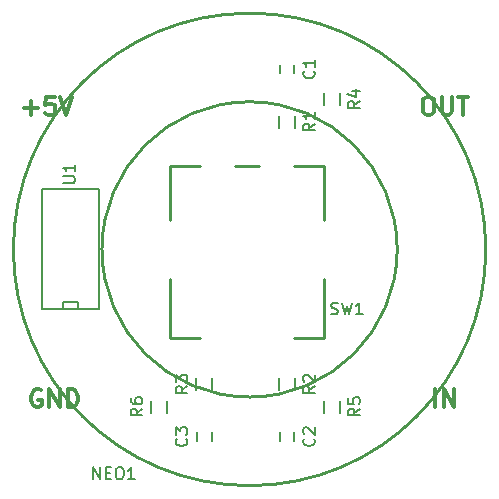
<source format=gto>
G04 #@! TF.FileFunction,Legend,Top*
%FSLAX46Y46*%
G04 Gerber Fmt 4.6, Leading zero omitted, Abs format (unit mm)*
G04 Created by KiCad (PCBNEW 4.0.1-stable) date Friday, 17 June 2016 'pmt' 14:58:46*
%MOMM*%
G01*
G04 APERTURE LIST*
%ADD10C,0.100000*%
%ADD11C,0.300000*%
%ADD12C,0.150000*%
%ADD13C,0.250000*%
G04 APERTURE END LIST*
D10*
D11*
X134390000Y-90618571D02*
X134675714Y-90618571D01*
X134818572Y-90690000D01*
X134961429Y-90832857D01*
X135032857Y-91118571D01*
X135032857Y-91618571D01*
X134961429Y-91904286D01*
X134818572Y-92047143D01*
X134675714Y-92118571D01*
X134390000Y-92118571D01*
X134247143Y-92047143D01*
X134104286Y-91904286D01*
X134032857Y-91618571D01*
X134032857Y-91118571D01*
X134104286Y-90832857D01*
X134247143Y-90690000D01*
X134390000Y-90618571D01*
X135675715Y-90618571D02*
X135675715Y-91832857D01*
X135747143Y-91975714D01*
X135818572Y-92047143D01*
X135961429Y-92118571D01*
X136247143Y-92118571D01*
X136390001Y-92047143D01*
X136461429Y-91975714D01*
X136532858Y-91832857D01*
X136532858Y-90618571D01*
X137032858Y-90618571D02*
X137890001Y-90618571D01*
X137461430Y-92118571D02*
X137461430Y-90618571D01*
X135104286Y-116883571D02*
X135104286Y-115383571D01*
X135818572Y-116883571D02*
X135818572Y-115383571D01*
X136675715Y-116883571D01*
X136675715Y-115383571D01*
X101727143Y-115455000D02*
X101584286Y-115383571D01*
X101370000Y-115383571D01*
X101155715Y-115455000D01*
X101012857Y-115597857D01*
X100941429Y-115740714D01*
X100870000Y-116026429D01*
X100870000Y-116240714D01*
X100941429Y-116526429D01*
X101012857Y-116669286D01*
X101155715Y-116812143D01*
X101370000Y-116883571D01*
X101512857Y-116883571D01*
X101727143Y-116812143D01*
X101798572Y-116740714D01*
X101798572Y-116240714D01*
X101512857Y-116240714D01*
X102441429Y-116883571D02*
X102441429Y-115383571D01*
X103298572Y-116883571D01*
X103298572Y-115383571D01*
X104012858Y-116883571D02*
X104012858Y-115383571D01*
X104370001Y-115383571D01*
X104584286Y-115455000D01*
X104727144Y-115597857D01*
X104798572Y-115740714D01*
X104870001Y-116026429D01*
X104870001Y-116240714D01*
X104798572Y-116526429D01*
X104727144Y-116669286D01*
X104584286Y-116812143D01*
X104370001Y-116883571D01*
X104012858Y-116883571D01*
X100306429Y-91547143D02*
X101449286Y-91547143D01*
X100877857Y-92118571D02*
X100877857Y-90975714D01*
X102877858Y-90618571D02*
X102163572Y-90618571D01*
X102092143Y-91332857D01*
X102163572Y-91261429D01*
X102306429Y-91190000D01*
X102663572Y-91190000D01*
X102806429Y-91261429D01*
X102877858Y-91332857D01*
X102949286Y-91475714D01*
X102949286Y-91832857D01*
X102877858Y-91975714D01*
X102806429Y-92047143D01*
X102663572Y-92118571D01*
X102306429Y-92118571D01*
X102163572Y-92047143D01*
X102092143Y-91975714D01*
X103377857Y-90618571D02*
X103877857Y-92118571D01*
X104377857Y-90618571D01*
D12*
X121955000Y-88615000D02*
X121955000Y-87915000D01*
X123155000Y-87915000D02*
X123155000Y-88615000D01*
X123155000Y-119030000D02*
X123155000Y-119730000D01*
X121955000Y-119730000D02*
X121955000Y-119030000D01*
X116170000Y-119030000D02*
X116170000Y-119730000D01*
X114970000Y-119730000D02*
X114970000Y-119030000D01*
D13*
X131890000Y-103530000D02*
G75*
G03X131890000Y-103530000I-12500000J0D01*
G01*
X139390000Y-103530000D02*
G75*
G03X139390000Y-103530000I-20000000J0D01*
G01*
D12*
X121880000Y-93210000D02*
X121880000Y-92210000D01*
X123230000Y-92210000D02*
X123230000Y-93210000D01*
X123230000Y-114435000D02*
X123230000Y-115435000D01*
X121880000Y-115435000D02*
X121880000Y-114435000D01*
X116245000Y-114435000D02*
X116245000Y-115435000D01*
X114895000Y-115435000D02*
X114895000Y-114435000D01*
X127040000Y-90305000D02*
X127040000Y-91305000D01*
X125690000Y-91305000D02*
X125690000Y-90305000D01*
X127040000Y-116340000D02*
X127040000Y-117340000D01*
X125690000Y-117340000D02*
X125690000Y-116340000D01*
X112435000Y-116340000D02*
X112435000Y-117340000D01*
X111085000Y-117340000D02*
X111085000Y-116340000D01*
D13*
X118165000Y-96505000D02*
X120165000Y-96505000D01*
X112665000Y-111005000D02*
X112665000Y-106005000D01*
X115165000Y-111005000D02*
X112665000Y-111005000D01*
X125665000Y-111005000D02*
X123165000Y-111005000D01*
X125665000Y-106005000D02*
X125665000Y-111005000D01*
X125665000Y-96505000D02*
X125665000Y-101005000D01*
X123165000Y-96505000D02*
X125665000Y-96505000D01*
X112665000Y-96505000D02*
X115165000Y-96505000D01*
X112665000Y-101005000D02*
X112665000Y-96505000D01*
D12*
X101854000Y-98425000D02*
X106680000Y-98425000D01*
X106680000Y-98425000D02*
X106680000Y-108585000D01*
X106680000Y-108585000D02*
X101854000Y-108585000D01*
X101854000Y-108585000D02*
X101854000Y-98425000D01*
X103632000Y-108585000D02*
X103632000Y-107950000D01*
X103632000Y-107950000D02*
X104902000Y-107950000D01*
X104902000Y-107950000D02*
X104902000Y-108585000D01*
X124817143Y-88431666D02*
X124864762Y-88479285D01*
X124912381Y-88622142D01*
X124912381Y-88717380D01*
X124864762Y-88860238D01*
X124769524Y-88955476D01*
X124674286Y-89003095D01*
X124483810Y-89050714D01*
X124340952Y-89050714D01*
X124150476Y-89003095D01*
X124055238Y-88955476D01*
X123960000Y-88860238D01*
X123912381Y-88717380D01*
X123912381Y-88622142D01*
X123960000Y-88479285D01*
X124007619Y-88431666D01*
X124912381Y-87479285D02*
X124912381Y-88050714D01*
X124912381Y-87765000D02*
X123912381Y-87765000D01*
X124055238Y-87860238D01*
X124150476Y-87955476D01*
X124198095Y-88050714D01*
X124812143Y-119546666D02*
X124859762Y-119594285D01*
X124907381Y-119737142D01*
X124907381Y-119832380D01*
X124859762Y-119975238D01*
X124764524Y-120070476D01*
X124669286Y-120118095D01*
X124478810Y-120165714D01*
X124335952Y-120165714D01*
X124145476Y-120118095D01*
X124050238Y-120070476D01*
X123955000Y-119975238D01*
X123907381Y-119832380D01*
X123907381Y-119737142D01*
X123955000Y-119594285D01*
X124002619Y-119546666D01*
X124002619Y-119165714D02*
X123955000Y-119118095D01*
X123907381Y-119022857D01*
X123907381Y-118784761D01*
X123955000Y-118689523D01*
X124002619Y-118641904D01*
X124097857Y-118594285D01*
X124193095Y-118594285D01*
X124335952Y-118641904D01*
X124907381Y-119213333D01*
X124907381Y-118594285D01*
X114022143Y-119546666D02*
X114069762Y-119594285D01*
X114117381Y-119737142D01*
X114117381Y-119832380D01*
X114069762Y-119975238D01*
X113974524Y-120070476D01*
X113879286Y-120118095D01*
X113688810Y-120165714D01*
X113545952Y-120165714D01*
X113355476Y-120118095D01*
X113260238Y-120070476D01*
X113165000Y-119975238D01*
X113117381Y-119832380D01*
X113117381Y-119737142D01*
X113165000Y-119594285D01*
X113212619Y-119546666D01*
X113117381Y-119213333D02*
X113117381Y-118594285D01*
X113498333Y-118927619D01*
X113498333Y-118784761D01*
X113545952Y-118689523D01*
X113593571Y-118641904D01*
X113688810Y-118594285D01*
X113926905Y-118594285D01*
X114022143Y-118641904D01*
X114069762Y-118689523D01*
X114117381Y-118784761D01*
X114117381Y-119070476D01*
X114069762Y-119165714D01*
X114022143Y-119213333D01*
X106151905Y-122982381D02*
X106151905Y-121982381D01*
X106723334Y-122982381D01*
X106723334Y-121982381D01*
X107199524Y-122458571D02*
X107532858Y-122458571D01*
X107675715Y-122982381D02*
X107199524Y-122982381D01*
X107199524Y-121982381D01*
X107675715Y-121982381D01*
X108294762Y-121982381D02*
X108485239Y-121982381D01*
X108580477Y-122030000D01*
X108675715Y-122125238D01*
X108723334Y-122315714D01*
X108723334Y-122649048D01*
X108675715Y-122839524D01*
X108580477Y-122934762D01*
X108485239Y-122982381D01*
X108294762Y-122982381D01*
X108199524Y-122934762D01*
X108104286Y-122839524D01*
X108056667Y-122649048D01*
X108056667Y-122315714D01*
X108104286Y-122125238D01*
X108199524Y-122030000D01*
X108294762Y-121982381D01*
X109675715Y-122982381D02*
X109104286Y-122982381D01*
X109390000Y-122982381D02*
X109390000Y-121982381D01*
X109294762Y-122125238D01*
X109199524Y-122220476D01*
X109104286Y-122268095D01*
X124907381Y-92876666D02*
X124431190Y-93210000D01*
X124907381Y-93448095D02*
X123907381Y-93448095D01*
X123907381Y-93067142D01*
X123955000Y-92971904D01*
X124002619Y-92924285D01*
X124097857Y-92876666D01*
X124240714Y-92876666D01*
X124335952Y-92924285D01*
X124383571Y-92971904D01*
X124431190Y-93067142D01*
X124431190Y-93448095D01*
X124907381Y-91924285D02*
X124907381Y-92495714D01*
X124907381Y-92210000D02*
X123907381Y-92210000D01*
X124050238Y-92305238D01*
X124145476Y-92400476D01*
X124193095Y-92495714D01*
X124912381Y-115101666D02*
X124436190Y-115435000D01*
X124912381Y-115673095D02*
X123912381Y-115673095D01*
X123912381Y-115292142D01*
X123960000Y-115196904D01*
X124007619Y-115149285D01*
X124102857Y-115101666D01*
X124245714Y-115101666D01*
X124340952Y-115149285D01*
X124388571Y-115196904D01*
X124436190Y-115292142D01*
X124436190Y-115673095D01*
X124007619Y-114720714D02*
X123960000Y-114673095D01*
X123912381Y-114577857D01*
X123912381Y-114339761D01*
X123960000Y-114244523D01*
X124007619Y-114196904D01*
X124102857Y-114149285D01*
X124198095Y-114149285D01*
X124340952Y-114196904D01*
X124912381Y-114768333D01*
X124912381Y-114149285D01*
X114122381Y-115101666D02*
X113646190Y-115435000D01*
X114122381Y-115673095D02*
X113122381Y-115673095D01*
X113122381Y-115292142D01*
X113170000Y-115196904D01*
X113217619Y-115149285D01*
X113312857Y-115101666D01*
X113455714Y-115101666D01*
X113550952Y-115149285D01*
X113598571Y-115196904D01*
X113646190Y-115292142D01*
X113646190Y-115673095D01*
X113122381Y-114768333D02*
X113122381Y-114149285D01*
X113503333Y-114482619D01*
X113503333Y-114339761D01*
X113550952Y-114244523D01*
X113598571Y-114196904D01*
X113693810Y-114149285D01*
X113931905Y-114149285D01*
X114027143Y-114196904D01*
X114074762Y-114244523D01*
X114122381Y-114339761D01*
X114122381Y-114625476D01*
X114074762Y-114720714D01*
X114027143Y-114768333D01*
X128722381Y-90971666D02*
X128246190Y-91305000D01*
X128722381Y-91543095D02*
X127722381Y-91543095D01*
X127722381Y-91162142D01*
X127770000Y-91066904D01*
X127817619Y-91019285D01*
X127912857Y-90971666D01*
X128055714Y-90971666D01*
X128150952Y-91019285D01*
X128198571Y-91066904D01*
X128246190Y-91162142D01*
X128246190Y-91543095D01*
X128055714Y-90114523D02*
X128722381Y-90114523D01*
X127674762Y-90352619D02*
X128389048Y-90590714D01*
X128389048Y-89971666D01*
X128722381Y-117006666D02*
X128246190Y-117340000D01*
X128722381Y-117578095D02*
X127722381Y-117578095D01*
X127722381Y-117197142D01*
X127770000Y-117101904D01*
X127817619Y-117054285D01*
X127912857Y-117006666D01*
X128055714Y-117006666D01*
X128150952Y-117054285D01*
X128198571Y-117101904D01*
X128246190Y-117197142D01*
X128246190Y-117578095D01*
X127722381Y-116101904D02*
X127722381Y-116578095D01*
X128198571Y-116625714D01*
X128150952Y-116578095D01*
X128103333Y-116482857D01*
X128103333Y-116244761D01*
X128150952Y-116149523D01*
X128198571Y-116101904D01*
X128293810Y-116054285D01*
X128531905Y-116054285D01*
X128627143Y-116101904D01*
X128674762Y-116149523D01*
X128722381Y-116244761D01*
X128722381Y-116482857D01*
X128674762Y-116578095D01*
X128627143Y-116625714D01*
X110312381Y-117006666D02*
X109836190Y-117340000D01*
X110312381Y-117578095D02*
X109312381Y-117578095D01*
X109312381Y-117197142D01*
X109360000Y-117101904D01*
X109407619Y-117054285D01*
X109502857Y-117006666D01*
X109645714Y-117006666D01*
X109740952Y-117054285D01*
X109788571Y-117101904D01*
X109836190Y-117197142D01*
X109836190Y-117578095D01*
X109312381Y-116149523D02*
X109312381Y-116340000D01*
X109360000Y-116435238D01*
X109407619Y-116482857D01*
X109550476Y-116578095D01*
X109740952Y-116625714D01*
X110121905Y-116625714D01*
X110217143Y-116578095D01*
X110264762Y-116530476D01*
X110312381Y-116435238D01*
X110312381Y-116244761D01*
X110264762Y-116149523D01*
X110217143Y-116101904D01*
X110121905Y-116054285D01*
X109883810Y-116054285D01*
X109788571Y-116101904D01*
X109740952Y-116149523D01*
X109693333Y-116244761D01*
X109693333Y-116435238D01*
X109740952Y-116530476D01*
X109788571Y-116578095D01*
X109883810Y-116625714D01*
X126301667Y-108989762D02*
X126444524Y-109037381D01*
X126682620Y-109037381D01*
X126777858Y-108989762D01*
X126825477Y-108942143D01*
X126873096Y-108846905D01*
X126873096Y-108751667D01*
X126825477Y-108656429D01*
X126777858Y-108608810D01*
X126682620Y-108561190D01*
X126492143Y-108513571D01*
X126396905Y-108465952D01*
X126349286Y-108418333D01*
X126301667Y-108323095D01*
X126301667Y-108227857D01*
X126349286Y-108132619D01*
X126396905Y-108085000D01*
X126492143Y-108037381D01*
X126730239Y-108037381D01*
X126873096Y-108085000D01*
X127206429Y-108037381D02*
X127444524Y-109037381D01*
X127635001Y-108323095D01*
X127825477Y-109037381D01*
X128063572Y-108037381D01*
X128968334Y-109037381D02*
X128396905Y-109037381D01*
X128682619Y-109037381D02*
X128682619Y-108037381D01*
X128587381Y-108180238D01*
X128492143Y-108275476D01*
X128396905Y-108323095D01*
X103592381Y-97916905D02*
X104401905Y-97916905D01*
X104497143Y-97869286D01*
X104544762Y-97821667D01*
X104592381Y-97726429D01*
X104592381Y-97535952D01*
X104544762Y-97440714D01*
X104497143Y-97393095D01*
X104401905Y-97345476D01*
X103592381Y-97345476D01*
X104592381Y-96345476D02*
X104592381Y-96916905D01*
X104592381Y-96631191D02*
X103592381Y-96631191D01*
X103735238Y-96726429D01*
X103830476Y-96821667D01*
X103878095Y-96916905D01*
M02*

</source>
